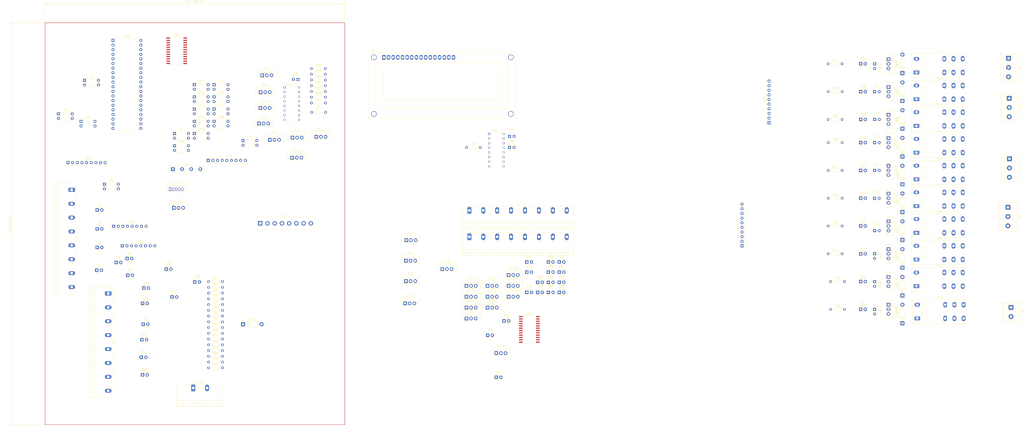
<source format=kicad_pcb>
(kicad_pcb (version 20221018) (generator pcbnew)
  (title_block (title "PCB") (company "EMPIRONICS"))
  (layers (0 "F.Cu" signal) (31 "B.Cu" signal) (34 "B.Paste" user) (35 "F.Paste" user) (36 "B.SilkS" user "B.Silkscreen") (37 "F.SilkS" user "F.Silkscreen") (38 "B.Mask" user) (39 "F.Mask" user) (44 "Edge.Cuts" user))
  (net 0 "")
  (net 1 "GND")
  (net 2 "Net-(J1-Pin_2)")
  (net 3 "Net-(J1-Pin_1)")
  (net 4 "SLIP")
  (net 5 "Net-(D2A-K)")
  (net 6 "Net-(R1-Pad2)")
  (net 7 "Net-(R2-Pad2)")
  (net 8 "Net-(R3-Pad2)")
  (net 9 "Net-(R4-Pad2)")
  (net 10 "Net-(R5-Pad2)")
  (net 11 "Net-(R6-Pad2)")
  (net 12 "Net-(R7-Pad2)")
  (net 13 "Net-(R8-Pad2)")
  (net 14 "Net-(R9-Pad2)")
  (net 15 "Net-(R10-Pad2)")
  (net 16 "Net-(R11-Pad2)")
  (net 17 "Net-(R12-Pad2)")
  (net 18 "Net-(R13-Pad2)")
  (net 19 "Net-(R14-Pad2)")
  (net 20 "Net-(R15-Pad2)")
  (net 21 "Net-(R16-Pad2)")
  (net 32 "Net-(U20-GND-Pad11)")
  (net 49 "MTR")
  (net 50 "FRK")
  (net 51 "LOC")
  (net 52 "UPL")
  (net 53 "DNL")
  (net 54 "SAF")
  (net 55 "DOP")
  (net 56 "DCL")
  (net 57 "AUX")
  (net 58 "FIRE")
  (net 59 "SUP")
  (net 60 "SDN")
  (net 61 "S")
  (net 62 "OW")
  (net 63 "/MCU_MAIN/PA5")
  (net 64 "/MCU_MAIN/PA7")
  (net 65 "/MCU_MAIN/PA6")
  (net 66 "FW")
  (net 67 "Net-(D10-A)")
  (net 68 "Net-(D9-A)")
  (net 69 "Net-(D8-A)")
  (net 70 "Net-(D7-A)")
  (net 71 "Net-(D6-A)")
  (net 72 "Net-(D5-A)")
  (net 73 "Net-(D4-A)")
  (net 74 "Net-(D3-A)")
  (net 75 "Net-(D18-A)")
  (net 76 "Net-(D17-A)")
  (net 77 "Net-(D16-A)")
  (net 78 "Net-(D15-A)")
  (net 79 "Net-(D14-A)")
  (net 80 "Net-(D13-A)")
  (net 81 "Net-(D12-A)")
  (net 82 "Net-(D11-A)")
  (net 99 "Net-(D3-K)")
  (net 100 "Net-(D4-K)")
  (net 101 "Net-(D5-K)")
  (net 102 "Net-(D6-K)")
  (net 103 "Net-(D7-K)")
  (net 104 "Net-(D8-K)")
  (net 105 "Net-(D9-K)")
  (net 106 "Net-(D10-K)")
  (net 107 "Net-(D11-K)")
  (net 108 "Net-(D12-K)")
  (net 109 "Net-(D13-K)")
  (net 110 "Net-(D14-K)")
  (net 111 "Net-(D15-K)")
  (net 112 "Net-(D16-K)")
  (net 113 "Net-(D17-K)")
  (net 114 "Net-(D18-K)")
  (net 115 "Net-(U21-Q8)")
  (net 116 "Net-(U21-Q7)")
  (net 117 "Net-(U21-Q6)")
  (net 118 "Net-(U21-Q5)")
  (net 119 "Net-(U21-Q4)")
  (net 120 "Net-(U21-Q3)")
  (net 121 "Net-(U21-Q2)")
  (net 122 "Net-(U21-Q1)")
  (net 123 "/7SEG/PD7")
  (net 124 "/7SEG/PD5")
  (net 125 "/7SEG/PD6")
  (net 126 "/7SEG/+5V")
  (net 127 "Net-(A_1-C)")
  (net 128 "Net-(A_1-B)")
  (net 129 "Net-(B_1-C)")
  (net 130 "Net-(B_1-B)")
  (net 131 "Net-(C_1-C)")
  (net 132 "Net-(C_1-B)")
  (net 133 "Net-(D_1-C)")
  (net 134 "Net-(D_1-B)")
  (net 135 "Net-(E_1-C)")
  (net 136 "Net-(E_1-B)")
  (net 137 "Net-(F_1-C)")
  (net 138 "Net-(F_1-B)")
  (net 139 "Net-(G_1-C)")
  (net 140 "Net-(G_1-B)")
  (net 141 "Net-(H_1-C)")
  (net 142 "Net-(H_1-B)")
  (net 143 "SEL")
  (net 144 "STP")
  (net 145 "/Power_circuit/+24")
  (net 146 "/MCU_MAIN/PC6")
  (net 147 "Net-(D19-K)")
  (net 149 "Net-(D20-K)")
  (net 151 "Net-(D21-K)")
  (net 153 "Net-(D22-K)")
  (net 155 "Net-(D23-K)")
  (net 157 "Net-(D24-K)")
  (net 159 "Net-(D25-K)")
  (net 161 "Net-(D26-K)")
  (net 163 "Net-(D27-K)")
  (net 165 "Net-(D28-K)")
  (net 167 "Net-(D29-K)")
  (net 169 "Net-(D30-K)")
  (net 171 "Net-(D31-K)")
  (net 173 "Net-(D32-K)")
  (net 175 "Net-(D33-K)")
  (net 177 "Net-(D34-K)")
  (net 179 "Net-(D35-K)")
  (net 239 "/LCD/PD4")
  (net 240 "/LCD/PA3")
  (net 241 "Net-(DS1-D0)")
  (net 242 "Net-(DS1-D1)")
  (net 243 "Net-(DS1-D2)")
  (net 244 "Net-(DS1-D3)")
  (net 245 "Net-(DS1-D4)")
  (net 246 "Net-(DS1-D5)")
  (net 247 "Net-(DS1-D6)")
  (net 248 "Net-(DS1-D7)")
  (net 249 "/7SEG/Q`S")
  (net 251 "Net-(D36-K)")
  (net 252 "/Movement/+12V")
  (net 253 "Net-(Cam1-C)")
  (net 254 "Net-(D38-K)")
  (net 255 "Net-(D39-K)")
  (net 256 "Net-(D40-K)")
  (net 257 "Net-(D41-K)")
  (net 258 "Net-(D42-K)")
  (net 259 "Net-(D43-K)")
  (net 260 "Net-(D44-K)")
  (net 261 "Net-(D45-K)")
  (net 262 "RELAY2")
  (net 263 "Net-(D36-A)")
  (net 264 "Net-(D37-A)")
  (net 265 "Net-(D38-A)")
  (net 266 "Net-(D39-A)")
  (net 267 "Net-(D40-A)")
  (net 268 "Net-(D41-A)")
  (net 269 "Net-(D42-A)")
  (net 270 "Net-(D43-A)")
  (net 271 "Net-(D44-A)")
  (net 272 "Net-(D45-A)")
  (net 273 "RELAY10")
  (net 274 "RELAY4")
  (net 275 "RELAY5")
  (net 276 "RELAY1")
  (net 277 "RELAY7")
  (net 278 "RELAY8")
  (net 279 "/Movement/FAST")
  (net 280 "/Movement/DN")
  (net 281 "RELAY3")
  (net 282 "/Movement/UP")
  (net 283 "/Movement/CAM")
  (net 284 "/Movement/LAMP")
  (net 285 "/Movement/DELTA")
  (net 286 "RELAY9")
  (net 287 "/Movement/STAR")
  (net 288 "/Movement/PH-R")
  (net 289 "/Movement/PH-N")
  (net 290 "RELAY6")
  (net 291 "/Movement/SLOW")
  (net 322 "Net-(J8-Pin_1)")
  (net 323 "Net-(J8-Pin_2)")
  (net 324 "Net-(J9-Pin_1)")
  (net 325 "Net-(J9-Pin_2)")
  (net 326 "Net-(J9-Pin_3)")
  (net 327 "Net-(J10-Pin_1)")
  (net 328 "Net-(J10-Pin_2)")
  (net 329 "Net-(J10-Pin_3)")
  (net 330 "Net-(J11-Pin_1)")
  (net 331 "Net-(J11-Pin_2)")
  (net 332 "Net-(J11-Pin_3)")
  (net 333 "Net-(J12-Pin_1)")
  (net 334 "Net-(J12-Pin_2)")
  (net 335 "Net-(J12-Pin_3)")
  (net 336 "/CALLS_SINALS/PC7")
  (footprint "Capacitor_THT:CP_Radial_Tantal_D4.5mm_P2.50mm" (layer "F.Cu") (at 546.1 185.46 -90)
    (fp_text reference "C18")
    (fp_text value "104")
  )
  (footprint "Package_TO_SOT_THT:TO-220-3_Vertical" (layer "F.Cu") (at 289.42 173.98)
    (fp_text reference "D_8")
    (fp_text value "BD681")
  )
  (footprint "Resistor_THT:R_Axial_DIN0204_L3.6mm_D1.6mm_P7.62mm_Horizontal" (layer "F.Cu") (at 181.32 188.58)
    (fp_text reference "R2")
    (fp_text value "1.2k")
  )
  (footprint "Package_DIP:DIP-4_W7.62mm" (layer "F.Cu") (at 184.37 84.14)
    (fp_text reference "U16")
    (fp_text value "PC817")
  )
  (footprint "Resistor_THT:R_Axial_DIN0204_L3.6mm_D1.6mm_P7.62mm_Horizontal" (layer "F.Cu") (at 181.32 223.23)
    (fp_text reference "R13")
    (fp_text value "1.2k")
  )
  (footprint "LED_THT:LED_D3.0mm" (layer "F.Cu") (at 145.52 208.82)
    (fp_text reference "D15")
    (fp_text value "LED")
  )
  (footprint "LED_THT:LED_D3.0mm" (layer "F.Cu") (at 367.45 185.7975)
    (fp_text reference "D30")
    (fp_text value "LED")
  )
  (footprint "Relay_THT:Relay_DPDT_Schrack-RT2-FormC_RM5mm" (layer "F.Cu") (at 569.02 144.01)
    (fp_text reference "K17")
    (fp_text value "A_UP")
  )
  (footprint "Library:DIP794W45P254L1969H508Q16" (layer "F.Cu") (at 338.99 113.325)
    (fp_text reference "U23")
    (fp_text value "CD4094BE")
  )
  (footprint "Relay_THT:Relay_DPDT_Schrack-RT2-FormC_RM5mm" (layer "F.Cu") (at 569.02 70.76)
    (fp_text reference "K12")
    (fp_text value "CAM")
  )
  (footprint "Connector_Phoenix_GMSTB:PhoenixContact_GMSTBA_2,5_8-G-7,62_1x08_P7.62mm_Horizontal" (layer "F.Cu") (at 324.16 160.8975)
    (fp_text reference "J7")
    (fp_text value "Screw_Terminal_01x08")
  )
  (footprint "Capacitor_THT:CP_Radial_Tantal_D4.5mm_P2.50mm" (layer "F.Cu") (at 346.142288 111.87)
    (fp_text reference "C8")
    (fp_text value "104")
  )
  (footprint "Capacitor_THT:CP_Radial_Tantal_D4.5mm_P2.50mm" (layer "F.Cu") (at 346.142288 105.76)
    (fp_text reference "C5")
    (fp_text value "104")
  )
  (footprint "Resistor_THT:R_Axial_DIN0204_L3.6mm_D1.6mm_P7.62mm_Horizontal" (layer "F.Cu") (at 520.7 96.52)
    (fp_text reference "R29")
    (fp_text value "1k")
  )
  (footprint "LED_THT:LED_D3.0mm" (layer "F.Cu") (at 355.65 180.2475)
    (fp_text reference "D21")
    (fp_text value "LED")
  )
  (footprint "Resistor_THT:R_Array_SIP10" (layer "F.Cu") (at 473.49 165.86 90)
    (fp_text reference "RN4")
    (fp_text value "820R")
  )
  (footprint "Capacitor_THT:CP_Radial_Tantal_D4.5mm_P2.50mm" (layer "F.Cu") (at 546.1 81.28)
    (fp_text reference "C11")
    (fp_text value "104")
  )
  (footprint "Package_DIP:DIP-4_W7.62mm" (layer "F.Cu") (at 173.52 97.54)
    (fp_text reference "U12")
    (fp_text value "PC817")
  )
  (footprint "Package_DIP:DIP-4_W7.62mm" (layer "F.Cu") (at 162.67 104.24)
    (fp_text reference "U7")
    (fp_text value "PC817")
  )
  (footprint "Relay_THT:Relay_DPDT_Schrack-RT2-FormC_RM5mm" (layer "F.Cu") (at 569.02 85.41)
    (fp_text reference "K13")
    (fp_text value "UP")
  )
  (footprint "Package_TO_SOT_THT:TO-220-5_Vertical" (layer "F.Cu") (at 160.26 134.805)
    (fp_text reference "U1")
    (fp_text value "LM2576")
  )
  (footprint "Package_DIP:DIP-4_W7.62mm" (layer "F.Cu") (at 162.67 110.94)
    (fp_text reference "U8")
    (fp_text value "PC817")
  )
  (footprint "Capacitor_THT:CP_Radial_Tantal_D4.5mm_P2.50mm" (layer "F.Cu") (at 230.318856 74.6 180)
    (fp_text reference "C6")
    (fp_text value "104")
  )
  (footprint "Resistor_THT:R_Axial_DIN0204_L3.6mm_D1.6mm_P7.62mm_Horizontal" (layer "F.Cu") (at 520.7 154.94)
    (fp_text reference "R33")
    (fp_text value "1k")
  )
  (footprint "Package_TO_SOT_THT:TO-220-3_Vertical" (layer "F.Cu") (at 334.11 199.6875)
    (fp_text reference "D_12")
    (fp_text value "BD681")
  )
  (footprint "Diode_THT:D_DO-41_SOD81_P10.16mm_Horizontal" (layer "F.Cu") (at 561.34 193.04 90)
    (fp_text reference "D48")
    (fp_text value "~")
  )
  (footprint "Package_DIP:DIP-4_W7.62mm" (layer "F.Cu") (at 184.37 77.44)
    (fp_text reference "U15")
    (fp_text value "PC817")
  )
  (footprint "Diode_THT:D_DO-41_SOD81_P10.16mm_Horizontal" (layer "F.Cu") (at 561.34 116.84 90)
    (fp_text reference "D50")
    (fp_text value "~")
  )
  (footprint "Diode_THT:D_DO-41_SOD81_P10.16mm_Horizontal" (layer "F.Cu") (at 561.34 162.56 90)
    (fp_text reference "D53")
    (fp_text value "1N4001")
  )
  (footprint "Resistor_THT:R_Axial_DIN0204_L3.6mm_D1.6mm_P7.62mm_Horizontal" (layer "F.Cu") (at 237.67 81.19)
    (fp_text reference "R22")
    (fp_text value "1k")
  )
  (footprint "TerminalBlock_Phoenix:TerminalBlock_Phoenix_MKDS-1,5-3-5.08_1x03_P5.08mm_Horizontal" (layer "F.Cu") (at 619.94 118.07 -90)
    (fp_text reference "J11")
    (fp_text value "Screw_Terminal_01x03")
  )
  (footprint "Resistor_THT:R_Axial_DIN0204_L3.6mm_D1.6mm_P7.62mm_Horizontal" (layer "F.Cu") (at 181.32 210.63)
    (fp_text reference "R9")
    (fp_text value "1.2k")
  )
  (footprint "LED_THT:LED_D3.0mm" (layer "F.Cu") (at 538.48 81.28)
    (fp_text reference "D38")
    (fp_text value "LED")
  )
  (footprint "Resistor_THT:R_Array_SIP9" (layer "F.Cu") (at 181.16 119)
    (fp_text reference "RN2")
    (fp_text value "2.2k")
  )
  (footprint "Resistor_THT:R_Axial_DIN0204_L3.6mm_D1.6mm_P7.62mm_Horizontal" (layer "F.Cu") (at 520.7 109.22)
    (fp_text reference "R30")
    (fp_text value "1k")
  )
  (footprint "Resistor_THT:R_Axial_DIN0204_L3.6mm_D1.6mm_P7.62mm_Horizontal" (layer "F.Cu") (at 521.97 200.66)
    (fp_text reference "R26")
    (fp_text value "1k")
  )
  (footprint "Package_DIP:DIP-4_W7.62mm" (layer "F.Cu") (at 99.07 93.455)
    (fp_text reference "U3")
    (fp_text value "PC817")
  )
  (footprint "Display:WC1602A" (layer "F.Cu") (at 277.38052 62.4693)
    (fp_text reference "DS1")
    (fp_text value "WC1602A")
  )
  (footprint "Package_TO_SOT_THT:TO-220-3_Vertical" (layer "F.Cu") (at 209.82 81.6)
    (fp_text reference "B_1")
    (fp_text value "BD681")
  )
  (footprint "Resistor_THT:R_Array_SIP8" (layer "F.Cu") (at 134.07 165.83)
    (fp_text reference "RN4")
    (fp_text value "1k")
  )
  (footprint "Resistor_THT:R_Axial_DIN0204_L3.6mm_D1.6mm_P7.62mm_Horizontal" (layer "F.Cu") (at 237.67 71.74)
    (fp_text reference "R19")
    (fp_text value "1k")
  )
  (footprint "LED_THT:LED_D3.0mm" (layer "F.Cu") (at 538.48 154.94)
    (fp_text reference "D43")
    (fp_text value "LED")
  )
  (footprint "Connector_Phoenix_GMSTB:PhoenixContact_GMSTBA_2,5_8-G-7,62_1x08_P7.62mm_Horizontal" (layer "F.Cu") (at 324.16 146.4025)
    (fp_text reference "J6")
    (fp_text value "Screw_Terminal_01x08")
  )
  (footprint "Package_TO_SOT_THT:TO-220-3_Vertical" (layer "F.Cu") (at 209.68 90.17)
    (fp_text reference "C_1")
    (fp_text value "BD681")
  )
  (footprint "LED_THT:LED_D3.0mm" (layer "F.Cu") (at 144.82 217.26)
    (fp_text reference "D14")
    (fp_text value "LED")
  )
  (footprint "Resistor_THT:R_Axial_DIN0204_L3.6mm_D1.6mm_P7.62mm_Horizontal" (layer "F.Cu") (at 181.32 194.88)
    (fp_text reference "R4")
    (fp_text value "1.2k")
  )
  (footprint "Resistor_THT:R_Axial_DIN0204_L3.6mm_D1.6mm_P7.62mm_Horizontal" (layer "F.Cu") (at 237.67 74.89)
    (fp_text reference "R20")
    (fp_text value "1k")
  )
  (footprint "Package_TO_SOT_THT:TO-220-3_Vertical" (layer "F.Cu") (at 240.28 106.035)
    (fp_text reference "H_1")
    (fp_text value "BD681")
  )
  (footprint "Diode_THT:D_DO-41_SOD81_P10.16mm_Horizontal" (layer "F.Cu") (at 561.34 101.6 90)
    (fp_text reference "D49")
    (fp_text value "~")
  )
  (footprint "Package_TO_SOT_THT:TO-220-3_Vertical" (layer "F.Cu") (at 309.32 178.54)
    (fp_text reference "D_9")
    (fp_text value "BD681")
  )
  (footprint "TerminalBlock_Phoenix:TerminalBlock_Phoenix_MKDS-1,5-2_1x02_P5.00mm_Horizontal" (layer "F.Cu") (at 620.835 199.59 -90)
    (fp_text reference "J8")
    (fp_text value "Screw_Terminal_01x02")
  )
  (footprint "LED_THT:LED_D3.0mm" (layer "F.Cu") (at 367.45 174.6975)
    (fp_text reference "D28")
    (fp_text value "LED")
  )
  (footprint "TerminalBlock_Phoenix:TerminalBlock_Phoenix_MKDS-1,5-3-5.08_1x03_P5.08mm_Horizontal" (layer "F.Cu") (at 619.14 144.7 -90)
    (fp_text reference "J12")
    (fp_text value "Screw_Terminal_01x03")
  )
  (footprint "Relay_THT:Relay_DPDT_Schrack-RT2-FormC_RM5mm" (layer "F.Cu") (at 569.02 158.66)
    (fp_text reference "K18")
    (fp_text value "A_DN")
  )
  (footprint "Capacitor_THT:CP_Radial_Tantal_D4.5mm_P2.50mm" (layer "F.Cu") (at 546.1 109.22)
    (fp_text reference "C13")
    (fp_text value "104")
  )
  (footprint "Resistor_THT:R_Axial_DIN0204_L3.6mm_D1.6mm_P7.62mm_Horizontal" (layer "F.Cu") (at 181.32 220.08)
    (fp_text reference "R12")
    (fp_text value "1.2k")
  )
  (footprint "Package_TO_SOT_THT:TO-220-3_Vertical" (layer "F.Cu") (at 322.56 193.7275)
    (fp_text reference "D_5")
    (fp_text value "BD681")
  )
  (footprint "Resistor_THT:R_Axial_DIN0204_L3.6mm_D1.6mm_P7.62mm_Horizontal" (layer "F.Cu") (at 181.32 204.33)
    (fp_text reference "R7")
    (fp_text value "1.2k")
  )
  (footprint "LED_THT:LED_D3.0mm" (layer "F.Cu") (at 361.55 191.3475)
    (fp_text reference "D27")
    (fp_text value "LED")
  )
  (footprint "Resistor_THT:R_Array_SIP10" (layer "F.Cu") (at 488.31 98.29 90)
    (fp_text reference "RN3")
    (fp_text value "820R")
  )
  (footprint "LED_THT:LED_D3.0mm" (layer "F.Cu") (at 120.095 179.18)
    (fp_text reference "D7")
    (fp_text value "LED")
  )
  (footprint "Package_DIP:DIP-4_W7.62mm" (layer "F.Cu") (at 200.16 108.1)
    (fp_text reference "U14")
    (fp_text value "PC817")
  )
  (footprint "Package_TO_SOT_THT:TO-220-3_Vertical" (layer "F.Cu") (at 289.44 185.17)
    (fp_text reference "D_3")
    (fp_text value "BD681")
  )
  (footprint "LED_THT:LED_D3.0mm" (layer "F.Cu") (at 136.685 172.81)
    (fp_text reference "D8")
    (fp_text value "LED")
  )
  (footprint "Package_TO_SOT_THT:TO-220-3_Vertical" (layer "F.Cu") (at 553.72 137.16 -90)
    (fp_text reference "PH-N1")
    (fp_text value "BD681")
  )
  (footprint "Package_DIP:DIP-4_W7.62mm" (layer "F.Cu") (at 173.52 84.14)
    (fp_text reference "U10")
    (fp_text value "PC817")
  )
  (footprint "LED_THT:LED_D3.0mm" (layer "F.Cu") (at 158.17 178.6)
    (fp_text reference "D10")
    (fp_text value "LED")
  )
  (footprint "Resistor_THT:R_Axial_DIN0204_L3.6mm_D1.6mm_P7.62mm_Horizontal" (layer "F.Cu") (at 237.67 78.04)
    (fp_text reference "R21")
    (fp_text value "1k")
  )
  (footprint "LED_THT:LED_D3.0mm" (layer "F.Cu") (at 538.48 200.66)
    (fp_text reference "D36")
    (fp_text value "LED")
  )
  (footprint "Package_TO_SOT_THT:TO-220-3_Vertical" (layer "F.Cu") (at 345.66 187.7675)
    (fp_text reference "D_16")
    (fp_text value "BD681")
  )
  (footprint "LED_THT:LED_D3.0mm" (layer "F.Cu") (at 137.09 181.94)
    (fp_text reference "D9")
    (fp_text value "LED")
  )
  (footprint "TerminalBlock_Phoenix:TerminalBlock_Phoenix_MKDS-1,5-3-5.08_1x03_P5.08mm_Horizontal" (layer "F.Cu") (at 619.47 62.96 -90)
    (fp_text reference "J9")
    (fp_text value "Screw_Terminal_01x03")
  )
  (footprint "Relay_THT:Relay_DPDT_Schrack-RT2-FormC_RM5mm" (layer "F.Cu") (at 569.02 114.71)
    (fp_text reference "K15")
    (fp_text value "Fast")
  )
  (footprint "Resistor_THT:R_Axial_DIN0204_L3.6mm_D1.6mm_P7.62mm_Horizontal" (layer "F.Cu") (at 181.32 201.18)
    (fp_text reference "R6")
    (fp_text value "1.2k")
  )
  (footprint "Library:DIP794W45P254L1969H508Q16" (layer "F.Cu") (at 226.94 87.84)
    (fp_text reference "U21")
    (fp_text value "CD4094BE")
  )
  (footprint "Connector_TE-Connectivity:TE_826576-8_1x08_P3.96mm_Vertical" (layer "F.Cu") (at 209.63 153.47)
    (fp_text reference "J4")
    (fp_text value "Display")
  )
  (footprint "Capacitor_THT:CP_Radial_Tantal_D4.5mm_P2.50mm" (layer "F.Cu") (at 546.14 96.52)
    (fp_text reference "C12")
    (fp_text value "104")
  )
  (footprint "Package_TO_SOT_THT:TO-220-3_Vertical" (layer "F.Cu") (at 162.31 144.985)
    (fp_text reference "U2")
    (fp_text value "LM7805_TO220")
  )
  (footprint "MountingHole:MountingHole_4.3mm_M4" (layer "F.Cu") (at 99.53 257.23)
    (fp_text reference "REF**" hide)
    (fp_text value "MountingHole_4.3mm_M4" hide)
  )
  (footprint "LED_THT:LED_D3.0mm" (layer "F.Cu") (at 334.17 214.8875)
    (fp_text reference "D25")
    (fp_text value "LED")
  )
  (footprint "LED_THT:LED_D3.0mm" (layer "F.Cu") (at 373.35 180.2475)
    (fp_text reference "D33")
    (fp_text value "LED")
  )
  (footprint "LED_THT:LED_D3.0mm" (layer "F.Cu") (at 145.17 197.4)
    (fp_text reference "D16")
    (fp_text value "LED")
  )
  (footprint "Capacitor_THT:CP_Radial_Tantal_D4.5mm_P2.50mm" (layer "F.Cu") (at 546.14 170.18 -90)
    (fp_text reference "C17")
    (fp_text value "104")
  )
  (footprint "MountingHole:MountingHole_4.3mm_M4" (layer "F.Cu") (at 99.46 51.69)
    (fp_text reference "REF**" hide)
    (fp_text value "MountingHole_4.3mm_M4" hide)
  )
  (footprint "LED_THT:LED_D3.0mm" (layer "F.Cu") (at 538.48 66.04)
    (fp_text reference "D37")
    (fp_text value "LED")
  )
  (footprint "LED_THT:LED_D3.0mm" (layer "F.Cu") (at 173.81 185.63)
    (fp_text reference "D18")
    (fp_text value "LED")
  )
  (footprint "Package_TO_SOT_THT:TO-220-3_Vertical" (layer "F.Cu") (at 338.89 224.6675)
    (fp_text reference "D_13")
    (fp_text value "BD681")
  )
  (footprint "LED_THT:LED_D3.0mm" (layer "F.Cu") (at 538.48 124.46)
    (fp_text reference "D41")
    (fp_text value "LED")
  )
  (footprint "Resistor_THT:R_Axial_DIN0204_L3.6mm_D1.6mm_P7.62mm_Horizontal" (layer "F.Cu") (at 237.67 68.59)
    (fp_text reference "R18")
    (fp_text value "1k")
  )
  (footprint "LED_THT:LED_D3.0mm" (layer "F.Cu") (at 538.48 185.42)
    (fp_text reference "D45")
    (fp_text value "LED")
  )
  (footprint "LED_THT:LED_D3.0mm" (layer "F.Cu") (at 120.32 166.7)
    (fp_text reference "D5")
    (fp_text value "LED")
  )
  (footprint "MountingHole:MountingHole_4.3mm_M4" (layer "F.Cu") (at 247.88 51.06)
    (fp_text reference "REF**" hide)
    (fp_text value "MountingHole_4.3mm_M4" hide)
  )
  (footprint "Package_SO:SOIC-24W_7.5x15.4mm_P1.27mm" (layer "F.Cu") (at 357.03 211.6225)
    (fp_text reference "U22")
    (fp_text value "CD74HC4067M")
  )
  (footprint "Diode_THT:D_DO-41_SOD81_P10.16mm_Horizontal" (layer "F.Cu") (at 561.34 147.32 90)
    (fp_text reference "D52")
    (fp_text value "~")
  )
  (footprint "LED_THT:LED_D3.0mm" (layer "F.Cu") (at 145.87 188.97)
    (fp_text reference "D13")
    (fp_text value "LED")
  )
  (footprint "Resistor_THT:R_Axial_DIN0204_L3.6mm_D1.6mm_P7.62mm_Horizontal" (layer "F.Cu") (at 181.32 191.73)
    (fp_text reference "R3")
    (fp_text value "1.2k")
  )
  (footprint "Package_TO_SOT_THT:TO-220-3_Vertical" (layer "F.Cu") (at 227.1 117.49)
    (fp_text reference "D_1")
    (fp_text value "BD681")
  )
  (footprint "MountingHole:MountingHole_4.3mm_M4" (layer "F.Cu") (at 249.78 257.5)
    (fp_text reference "REF**" hide)
    (fp_text value "MountingHole_4.3mm_M4" hide)
  )
  (footprint "Package_TO_SOT_THT:TO-220-3_Vertical" (layer "F.Cu") (at 553.72 63.5 -90)
    (fp_text reference "Cam1")
    (fp_text value "BD681")
  )
  (footprint "Package_TO_SOT_THT:TO-220-3_Vertical" (layer "F.Cu") (at 345.66 181.8075)
    (fp_text reference "D_15")
    (fp_text value "BD681")
  )
  (footprint "LED_THT:LED_D3.0mm" (layer "F.Cu") (at 538.48 139.7)
    (fp_text reference "D42")
    (fp_text value "LED")
  )
  (footprint "LED_THT:LED_D3.0mm" (layer "F.Cu") (at 338.89 237.9175)
    (fp_text reference "D24")
    (fp_text value "LED")
  )
  (footprint "Connector_Phoenix_GMSTB:PhoenixContact_GMSTBA_2,5_8-G-7,62_1x08_P7.62mm_Horizontal" (layer "F.Cu") (at 126.38 191.94 -90)
    (fp_text reference "J3")
    (fp_text value "Screw_Terminal_01x08")
  )
  (footprint "Diode_THT:D_DO-41_SOD81_P10.16mm_Horizontal" (layer "F.Cu") (at 561.34 71.12 90)
    (fp_text reference "D47")
    (fp_text value "~")
  )
  (footprint "LED_THT:LED_D3.0mm" (layer "F.Cu") (at 144.46 226.92)
    (fp_text reference "D12")
    (fp_text value "LED")
  )
  (footprint "LED_THT:LED_D3.0mm" (layer "F.Cu") (at 343.14 207.0075)
    (fp_text reference "D22")
    (fp_text value "LED")
  )
  (footprint "Capacitor_THT:CP_Radial_Tantal_D4.5mm_P2.50mm" (layer "F.Cu") (at 546.14 157.48)
    (fp_text reference "C16")
    (fp_text value "104")
  )
  (footprint "Resistor_THT:R_Axial_DIN0204_L3.6mm_D1.6mm_P7.62mm_Horizontal" (layer "F.Cu") (at 181.32 226.38)
    (fp_text reference "R14")
    (fp_text value "1.2k")
  )
  (footprint "Capacitor_THT:CP_Radial_Tantal_D4.5mm_P2.50mm" (layer "F.Cu") (at 546.14 124.46)
    (fp_text reference "C14")
    (fp_text value "104")
  )
  (footprint "Relay_THT:Relay_DPDT_Schrack-RT2-FormC_RM5mm" (layer "F.Cu") (at 569.02 100.06)
    (fp_text reference "K14")
    (fp_text value "DN")
  )
  (footprint "LED_THT:LED_D3.0mm" (layer "F.Cu") (at 373.35 185.7975)
    (fp_text reference "D34")
    (fp_text value "LED")
  )
  (footprint "Resistor_THT:R_Axial_DIN0204_L3.6mm_D1.6mm_P7.62mm_Horizontal" (layer "F.Cu") (at 237.78 92.6)
    (fp_text reference "R17")
    (fp_text value "1k")
  )
  (footprint "Resistor_THT:R_Axial_DIN0204_L3.6mm_D1.6mm_P7.62mm_Horizontal" (layer "F.Cu") (at 520.7 139.7)
    (fp_text reference "R32")
    (fp_text value "1k")
  )
  (footprint "Package_DIP:DIP-4_W7.62mm" (layer "F.Cu") (at 124.29 132.01)
    (fp_text reference "U6")
    (fp_text value "PC817")
  )
  (footprint "Capacitor_THT:CP_Radial_Tantal_D4.5mm_P2.50mm" (layer "F.Cu") (at 546.14 200.66 -90)
    (fp_text reference "C9")
    (fp_text value "104")
  )
  (footprint "Relay_THT:Relay_DPDT_Schrack-RT2-FormC_RM5mm" (layer "F.Cu") (at 569.02 129.36)
    (fp_text reference "K16")
    (fp_text value "Slow")
  )
  (footprint "LED_THT:LED_D3.0mm" (layer "F.Cu") (at 538.48 170.18)
    (fp_text reference "D44")
    (fp_text value "LED")
  )
  (footprint "Connector_Phoenix_GMSTB:PhoenixContact_GMSTB_2,5_2-GF-7,62_1x02_P7.62mm_Horizontal_ThreadedFlange" (layer "F.Cu") (at 172.93 243.7425)
    (fp_text reference "J5")
    (fp_text value "Screw_Terminal_01x02")
  )
  (footprint "Resistor_THT:R_Axial_DIN0204_L3.6mm_D1.6mm_P7.62mm_Horizontal" (layer "F.Cu") (at 520.7 66.04)
    (fp_text reference "R27")
    (fp_text value "1k")
  )
  (footprint "Package_TO_SOT_THT:TO-220-3_Vertical" (layer "F.Cu") (at 553.72 152.4 -90)
    (fp_text reference "PH-R1")
    (fp_text value "BD681")
  )
  (footprint "Resistor_THT:R_Axial_DIN0204_L3.6mm_D1.6mm_P7.62mm_Horizontal" (layer "F.Cu") (at 520.7 81.28)
    (fp_text reference "R28")
    (fp_text value "1k")
  )
  (footprint "Diode_THT:D_DO-41_SOD81_P10.16mm_Horizontal" (layer "F.Cu") (at 561.34 177.8 90)
    (fp_text reference "D54")
    (fp_text value "~")
  )
  (footprint "Resistor_THT:R_Axial_DIN0204_L3.6mm_D1.6mm_P7.62mm_Horizontal" (layer "F.Cu") (at 181.32 232.68)
    (fp_text reference "R16")
    (fp_text value "1.2k")
  )
  (footprint "LED_THT:LED_D3.0mm" (layer "F.Cu") (at 145.17 236.59)
    (fp_text reference "D11")
    (fp_text value "LED")
  )
  (footprint "Package_DIP:DIP-4_W7.62mm" (layer "F.Cu") (at 111.48 97.575)
    (fp_text reference "U5")
    (fp_text value "PC817")
  )
  (footprint "LED_THT:LED_D3.0mm" (layer "F.Cu") (at 120.32 146.15)
    (fp_text reference "D3")
    (fp_text value "LED")
  )
  (footprint "LED_THT:LED_D3.0mm" (layer "F.Cu") (at 373.35 174.6975)
    (fp_text reference "D32")
    (fp_text value "LED")
  )
  (footprint "Connector_Phoenix_GMSTB:PhoenixContact_GMSTBA_2,5_8-G-7,62_1x08_P7.62mm_Horizontal" (layer "F.Cu") (at 106.36 135.08 -90)
    (fp_text reference "J2")
    (fp_text value "Screw_Terminal_01x08")
  )
  (footprint "Resistor_THT:R_Axial_DIN0204_L3.6mm_D1.6mm_P7.62mm_Horizontal" (layer "F.Cu") (at 521.97 185.42)
    (fp_text reference "R35")
    (fp_text value "1k")
  )
  (footprint "Resistor_THT:R_Axial_DIN0204_L3.6mm_D1.6mm_P7.62mm_Horizontal" (layer "F.Cu") (at 181.32 207.48)
    (fp_text reference "R8")
    (fp_text value "1.2k")
  )
  (footprint "Resistor_THT:R_Axial_DIN0204_L3.6mm_D1.6mm_P7.62mm_Horizontal" (layer "F.Cu") (at 237.67 87.49)
    (fp_text reference "R24")
    (fp_text value "1k")
  )
  (footprint "Resistor_THT:R_Array_SIP8" (layer "F.Cu") (at 129.33 155.11)
    (fp_text reference "RN3")
    (fp_text value "1k")
  )
  (footprint "Package_TO_SOT_THT:TO-220-3_Vertical" (layer "F.Cu") (at 208.94 98.74)
    (fp_text reference "E_1")
    (fp_text value "BD681")
  )
  (footprint "Package_TO_SOT_THT:TO-220-3_Vertical" (layer "F.Cu") (at 553.72 167.64 -90)
    (fp_text reference "STAR1")
    (fp_text value "BD681")
  )
  (footprint "Package_TO_SOT_THT:TO-220-3_Vertical" (layer "F.Cu") (at 289.7 162.725)
    (fp_text reference "D_2")
    (fp_text value "BD681")
  )
  (footprint "Package_TO_SOT_THT:TO-220-3_Vertical" (layer "F.Cu") (at 210.71 72.3)
    (fp_text reference "A_1")
    (fp_text value "BD681")
  )
  (footprint "Package_TO_SOT_THT:TO-220-3_Vertical" (layer "F.Cu") (at 334.11 193.7275)
    (fp_text reference "D_11")
    (fp_text value "BD681")
  )
  (footprint "LED_THT:LED_D3.0mm" (layer "F.Cu") (at 361.55 185.7975)
    (fp_text reference "D26")
    (fp_text value "LED")
  )
  (footprint "Package_TO_SOT_THT:TO-220-3_Vertical" (layer "F.Cu") (at 227.28 106.475)
    (fp_text reference "G_1")
    (fp_text value "BD681")
  )
  (footprint "Package_DIP:DIP-4_W7.62mm" (layer "F.Cu") (at 184.37 97.54)
    (fp_text reference "U18")
    (fp_text value "PC817")
  )
  (footprint "Package_TO_SOT_THT:TO-220-3_Vertical" (layer "F.Cu") (at 553.72 106.68 -90)
    (fp_text reference "FAST1")
    (fp_text value "BD681")
  )
  (footprint "Package_TO_SOT_THT:TO-220-3_Vertical" (layer "F.Cu") (at 553.72 78.74 -90)
    (fp_text reference "UP1")
    (fp_text value "BD681")
  )
  (footprint "Diode_THT:D_DO-41_SOD81_P10.16mm_Horizontal" (layer "F.Cu") (at 561.34 132.08 90)
    (fp_text reference "D51")
    (fp_text value "~")
  )
  (footprint "Resistor_THT:R_Axial_DIN0204_L3.6mm_D1.6mm_P7.62mm_Horizontal" (layer "F.Cu") (at 322.63 111.87)
    (fp_text reference "R25")
    (fp_text value "5.1k")
  )
  (footprint "Capacitor_THT:CP_Radial_Tantal_D4.5mm_P2.50mm" (layer "F.Cu") (at 546.1 139.7)
    (fp_text reference "C15")
    (fp_text value "104")
  )
  (footprint "LED_THT:LED_D3.0mm" (layer "F.Cu") (at 161.33 193.89)
    (fp_text reference "D17")
    (fp_text value "LED")
  )
  (footprint "Package_TO_SOT_THT:TO-220-3_Vertical" (layer "F.Cu") (at 214.87 107.655)
    (fp_text reference "F_1")
    (fp_text value "BD681")
  )
  (footprint "Resistor_THT:R_Axial_DIN0204_L3.6mm_D1.6mm_P7.62mm_Horizontal" (layer "F.Cu") (at 181.32 229.53)
    (fp_text reference "R15")
    (fp_text value "1.2k")
  )
  (footprint "LED_THT:LED_D3.0mm" (layer "F.Cu") (at 130.69 174.96)
    (fp_text reference "D6")
    (fp_text value "LED")
  )
  (footprint "Package_TO_SOT_THT:TO-220-3_Vertical" (layer "F.Cu") (at 345.66 193.7275)
    (fp_text reference "D_17")
    (fp_text value "BD681")
  )
  (footprint "Package_TO_SOT_THT:TO-220-3_Vertical" (layer "F.Cu") (at 553.72 93.98 -90)
    (fp_text reference "DN1")
    (fp_text value "BD681")
  )
  (footprint "Package_DIP:DIP-4_W7.62mm" (layer "F.Cu") (at 173.52 90.84)
    (fp_text reference "U11")
    (fp_text value "PC817")
  )
  (footprint "Diode_THT:D_DO-41_SOD81_P10.16mm_Horizontal" (layer "F.Cu") (at 561.34 86.36 90)
    (fp_text reference "D55")
    (fp_text value "~")
  )
  (footprint "Diode_THT:D_DO-41_SOD81_P10.16mm_Horizontal" (layer "F.Cu") (at 200.22 208.84)
    (fp_text reference "D19")
    (fp_text value "1N4001")
  )
  (footprint "LED_THT:LED_D3.0mm" (layer "F.Cu") (at 538.48 109.22)
    (fp_text reference "D40")
    (fp_text value "LED")
  )
  (footprint "TerminalBlock_Phoenix:TerminalBlock_Phoenix_MKDS-1,5-3-5.08_1x03_P5.08mm_Horizontal" (layer "F.Cu") (at 619.86 84.9 -90)
    (fp_text reference "J10")
    (fp_text value "Screw_Terminal_01x03" hide)
  )
  (footprint "LED_THT:LED_D3.0mm" (layer "F.Cu") (at 367.45 191.3475)
    (fp_text reference "D31")
    (fp_text value "LED")
  )
  (footprint "Diode_THT:D_DO-41_SOD81_P10.16mm_Horizontal" (layer "F.Cu") (at 561.34 208.28 90)
    (fp_text reference "D46")
    (fp_text value "~")
  )
  (footprint "Resistor_THT:R_Array_SIP9" (layer "F.Cu") (at 104.36 120.195)
    (fp_text reference "RN1")
    (fp_text value "2.2k")
  )
  (footprint "LED_THT:LED_D3.0mm" (layer "F.Cu") (at 355.65 174.6975)
    (fp_text reference "D20")
    (fp_text value "LED")
  )
  (footprint "LED_THT:LED_D3.0mm" (layer "F.Cu") (at 355.65 191.3475)
    (fp_text reference "D23")
    (fp_text value "LED")
  )
  (footprint "Package_TO_SOT_THT:TO-220-3_Vertical" (layer "F.Cu") (at 334.11 187.7675)
    (fp_text reference "D_10")
    (fp_text value "BD681")
  )
  (footprint "Package_TO_SOT_THT:TO-220-3_Vertical" (layer "F.Cu") (at 553.72 121.92 -90)
    (fp_text reference "SLOW1")
    (fp_text value "BD681")
  )
  (footprint "Package_DIP:DIP-4_W7.62mm" (layer "F.Cu") (at 184.37 90.84)
    (fp_text reference "U17")
    (fp_text value "PC817")
  )
  (footprint "Package_TO_SOT_THT:TO-220-3_Vertical" (layer "F.Cu") (at 288.97 197.37)
    (fp_text reference "D_14")
    (fp_text value "BD681")
  )
  (footprint "Package_TO_SOT_THT:TO-220-3_Vertical" (layer "F.Cu") (at 322.56 205.6475)
    (fp_text reference "D_7")
    (fp_text value "BD681")
  )
  (footprint "Package_TO_SOT_THT:TO-220-3_Vertical" (layer "F.Cu") (at 553.72 198.12 -90)
    (fp_text reference "Lamp1")
    (fp_text value "BD681")
  )
  (footprint "Package_TO_SOT_THT:TO-220-3_Vertical" (layer "F.Cu") (at 322.56 187.7675)
    (fp_text reference "D_4")
    (fp_text value "BD681")
  )
  (footprint "Diode_THT:Diode_Bridge_19.0x3.5x10.0mm_P5.0mm" (layer "F.Cu") (at 161.815 123.78)
    (fp_text reference "D1")
    (fp_text value "BR3A")
  )
  (footprint "Package_DIP:DIP-40_W15.24mm" (layer "F.Cu") (at 128.99 53.16)
    (fp_text reference "U20")
    (fp_text value "ATmega644-20P")
  )
  (footprint "Package_SO:SOIC-24W_7.5x15.4mm_P1.27mm" (layer "F.Cu") (at 163.87 58.855)
    (fp_text reference "U19")
    (fp_text value "CD74HC4067M")
  )
  (footprint "Relay_THT:Relay_DPDT_Schrack-RT2-FormC_RM5mm" (layer "F.Cu") (at 569.02 187.96)
    (fp_text reference "K20")
    (fp_text value "RTE2xxxx")
  )
  (footprint "Relay_THT:Relay_DPDT_Schrack-RT2-FormC_RM5mm" (layer "F.Cu") (at 569.51 205.62)
    (fp_text reference "K11")
    (fp_text value "Light")
  )
  (footprint "Resistor_THT:R_Axial_DIN0204_L3.6mm_D1.6mm_P7.62mm_Horizontal" (layer "F.Cu") (at 181.32 185.43)
    (fp_text reference "R1")
    (fp_text value "1.2k")
  )
  (footprint "Package_DIP:DIP-4_W7.62mm" (layer "F.Cu") (at 113.38 75.035)
    (fp_text reference "U4")
    (fp_text value "PC817")
  )
  (footprint "LED_THT:LED_D3.0mm" (layer "F.Cu") (at 367.45 180.2475)
    (fp_text reference "D29")
    (fp_text value "LED")
  )
  (footprint "LED_THT:LED_D3.0mm" (layer "F.Cu") (at 373.35 191.3475)
    (fp_text reference "D35")
    (fp_text value "LED")
  )
  (footprint "Capacitor_THT:CP_Radial_Tantal_D4.5mm_P2.50mm" (layer "F.Cu") (at 546.14 66.04 -90)
    (fp_text reference "C10")
    (fp_text value "104")
  )
  (footprint "Package_TO_SOT_THT:TO-220-3_Vertical" (layer "F.Cu") (at 553.72 182.88 -90)
    (fp_text reference "DELTA1")
    (fp_text value "BD681")
  )
  (footprint "Resistor_THT:R_Axial_DIN0204_L3.6mm_D1.6mm_P7.62mm_Horizontal" (layer "F.Cu") (at 181.32 198.03)
    (fp_text reference "R5")
    (fp_text value "1.2k")
  )
  (footprint "Resistor_THT:R_Axial_DIN0204_L3.6mm_D1.6mm_P7.62mm_Horizontal" (layer "F.Cu") (at 181.32 216.93)
    (fp_text reference "R11")
    (fp_text value "1.2k")
  )
  (footprint "Resistor_THT:R_Axial_DIN0204_L3.6mm_D1.6mm_P7.62mm_Horizontal" (layer "F.Cu") (at 520.7 124.46)
    (fp_text reference "R31")
    (fp_text value "1k")
  )
  (footprint "LED_THT:LED_D3.0mm" (layer "F.Cu") (at 538.48 96.52)
    (fp_text reference "D39")
    (fp_text value "LED")
  )
  (footprint "Resistor_THT:R_Axial_DIN0204_L3.6mm_D1.6mm_P7.62mm_Horizontal" (layer "F.Cu") (at 237.67 84.34)
    (fp_text reference "R23")
    (fp_text value "1k")
  )
  (footprint "Package_DIP:DIP-4_W7.62mm" (layer "F.Cu") (at 173.52 104.24)
    (fp_text reference "U13")
    (fp_text value "PC817")
  )
  (footprint "Resistor_THT:R_Axial_DIN0204_L3.6mm_D1.6mm_P7.62mm_Horizontal" (layer "F.Cu") (at 520.7 170.18)
    (fp_text reference "R34")
    (fp_text value "1k")
  )
  (footprint "Resistor_THT:R_Axial_DIN0204_L3.6mm_D1.6mm_P7.62mm_Horizontal" (layer "F.Cu") (at 181.32 213.78)
    (fp_text reference "R10")
    (fp_text value "1.2k")
  )
  (footprint "Relay_THT:Relay_DPDT_Schrack-RT2-FormC_RM5mm" (layer "F.Cu") (at 569.02 173.31)
    (fp_text reference "K19")
    (fp_text value "RTE2xxxx")
  )
  (footprint "LED_THT:LED_D3.0mm" (layer "F.Cu") (at 120.32 156.51)
    (fp_text reference "D4")
    (fp_text value "LED")
  )
  (footprint "Package_DIP:DIP-4_W7.62mm" (layer "F.Cu") (at 173.52 77.44)
    (fp_text reference "U9")
    (fp_text value "PC817")
  )
  (footprint "Package_TO_SOT_THT:TO-220-3_Vertical" (layer "F.Cu") (at 322.56 199.6875)
    (fp_text reference "D_6")
    (fp_text value "BD681")
  )
  (gr_rect (start 91.76 43.5) (end 255.9 263.99) (stroke (width 0.2)) (fill none) (layer "F.Cu"))
  (dimension (type aligned) (layer "F.SilkS") (pts (xy 255.9 43.5) (xy 91.76 43.5)) (height 10.479999) (gr_text "164.1400 mm" (at 173.83 31.870001) (layer "F.SilkS") (effects (font (size 1 1) (thickness 0.15)))) (format (prefix "") (suffix "") (units 3) (units_format 1) (precision 4)) (style (thickness 0.15) (arrow_length 1.27) (text_position_mode 0) (extension_height 0.58642) (extension_offset 0.5) keep_text_aligned))
  (dimension (type aligned) (layer "F.SilkS") (pts (xy 91.76 43.5) (xy 91.76 263.99)) (height 18.1) (gr_text "220.4900 mm" (at 72.51 153.745 90) (layer "F.SilkS") (effects (font (size 1 1) (thickness 0.15)))) (format (prefix "") (suffix "") (units 3) (units_format 1) (precision 4)) (style (thickness 0.15) (arrow_length 1.27) (text_position_mode 0) (extension_height 0.58642) (extension_offset 0.5) keep_text_aligned))
)
</source>
